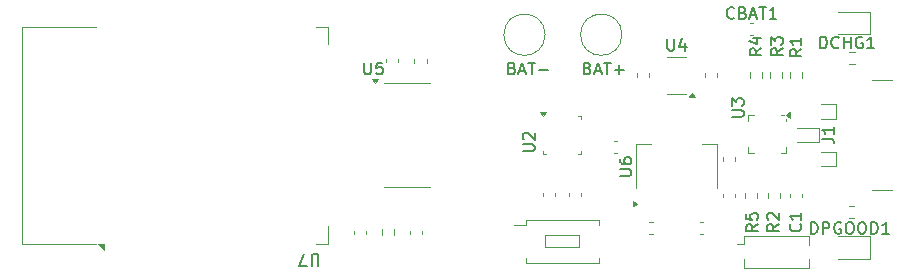
<source format=gbr>
%TF.GenerationSoftware,KiCad,Pcbnew,9.0.4*%
%TF.CreationDate,2025-09-01T13:06:02+02:00*%
%TF.ProjectId,EHT,4548542e-6b69-4636-9164-5f7063625858,rev?*%
%TF.SameCoordinates,Original*%
%TF.FileFunction,Legend,Top*%
%TF.FilePolarity,Positive*%
%FSLAX46Y46*%
G04 Gerber Fmt 4.6, Leading zero omitted, Abs format (unit mm)*
G04 Created by KiCad (PCBNEW 9.0.4) date 2025-09-01 13:06:02*
%MOMM*%
%LPD*%
G01*
G04 APERTURE LIST*
%ADD10C,0.150000*%
%ADD11C,0.120000*%
G04 APERTURE END LIST*
D10*
X167254819Y-81461904D02*
X168064342Y-81461904D01*
X168064342Y-81461904D02*
X168159580Y-81414285D01*
X168159580Y-81414285D02*
X168207200Y-81366666D01*
X168207200Y-81366666D02*
X168254819Y-81271428D01*
X168254819Y-81271428D02*
X168254819Y-81080952D01*
X168254819Y-81080952D02*
X168207200Y-80985714D01*
X168207200Y-80985714D02*
X168159580Y-80938095D01*
X168159580Y-80938095D02*
X168064342Y-80890476D01*
X168064342Y-80890476D02*
X167254819Y-80890476D01*
X167254819Y-80509523D02*
X167254819Y-79890476D01*
X167254819Y-79890476D02*
X167635771Y-80223809D01*
X167635771Y-80223809D02*
X167635771Y-80080952D01*
X167635771Y-80080952D02*
X167683390Y-79985714D01*
X167683390Y-79985714D02*
X167731009Y-79938095D01*
X167731009Y-79938095D02*
X167826247Y-79890476D01*
X167826247Y-79890476D02*
X168064342Y-79890476D01*
X168064342Y-79890476D02*
X168159580Y-79938095D01*
X168159580Y-79938095D02*
X168207200Y-79985714D01*
X168207200Y-79985714D02*
X168254819Y-80080952D01*
X168254819Y-80080952D02*
X168254819Y-80366666D01*
X168254819Y-80366666D02*
X168207200Y-80461904D01*
X168207200Y-80461904D02*
X168159580Y-80509523D01*
X171554819Y-75666666D02*
X171078628Y-75999999D01*
X171554819Y-76238094D02*
X170554819Y-76238094D01*
X170554819Y-76238094D02*
X170554819Y-75857142D01*
X170554819Y-75857142D02*
X170602438Y-75761904D01*
X170602438Y-75761904D02*
X170650057Y-75714285D01*
X170650057Y-75714285D02*
X170745295Y-75666666D01*
X170745295Y-75666666D02*
X170888152Y-75666666D01*
X170888152Y-75666666D02*
X170983390Y-75714285D01*
X170983390Y-75714285D02*
X171031009Y-75761904D01*
X171031009Y-75761904D02*
X171078628Y-75857142D01*
X171078628Y-75857142D02*
X171078628Y-76238094D01*
X170554819Y-75333332D02*
X170554819Y-74714285D01*
X170554819Y-74714285D02*
X170935771Y-75047618D01*
X170935771Y-75047618D02*
X170935771Y-74904761D01*
X170935771Y-74904761D02*
X170983390Y-74809523D01*
X170983390Y-74809523D02*
X171031009Y-74761904D01*
X171031009Y-74761904D02*
X171126247Y-74714285D01*
X171126247Y-74714285D02*
X171364342Y-74714285D01*
X171364342Y-74714285D02*
X171459580Y-74761904D01*
X171459580Y-74761904D02*
X171507200Y-74809523D01*
X171507200Y-74809523D02*
X171554819Y-74904761D01*
X171554819Y-74904761D02*
X171554819Y-75190475D01*
X171554819Y-75190475D02*
X171507200Y-75285713D01*
X171507200Y-75285713D02*
X171459580Y-75333332D01*
X169754819Y-75666666D02*
X169278628Y-75999999D01*
X169754819Y-76238094D02*
X168754819Y-76238094D01*
X168754819Y-76238094D02*
X168754819Y-75857142D01*
X168754819Y-75857142D02*
X168802438Y-75761904D01*
X168802438Y-75761904D02*
X168850057Y-75714285D01*
X168850057Y-75714285D02*
X168945295Y-75666666D01*
X168945295Y-75666666D02*
X169088152Y-75666666D01*
X169088152Y-75666666D02*
X169183390Y-75714285D01*
X169183390Y-75714285D02*
X169231009Y-75761904D01*
X169231009Y-75761904D02*
X169278628Y-75857142D01*
X169278628Y-75857142D02*
X169278628Y-76238094D01*
X169088152Y-74809523D02*
X169754819Y-74809523D01*
X168707200Y-75047618D02*
X169421485Y-75285713D01*
X169421485Y-75285713D02*
X169421485Y-74666666D01*
X149554819Y-84361904D02*
X150364342Y-84361904D01*
X150364342Y-84361904D02*
X150459580Y-84314285D01*
X150459580Y-84314285D02*
X150507200Y-84266666D01*
X150507200Y-84266666D02*
X150554819Y-84171428D01*
X150554819Y-84171428D02*
X150554819Y-83980952D01*
X150554819Y-83980952D02*
X150507200Y-83885714D01*
X150507200Y-83885714D02*
X150459580Y-83838095D01*
X150459580Y-83838095D02*
X150364342Y-83790476D01*
X150364342Y-83790476D02*
X149554819Y-83790476D01*
X149650057Y-83361904D02*
X149602438Y-83314285D01*
X149602438Y-83314285D02*
X149554819Y-83219047D01*
X149554819Y-83219047D02*
X149554819Y-82980952D01*
X149554819Y-82980952D02*
X149602438Y-82885714D01*
X149602438Y-82885714D02*
X149650057Y-82838095D01*
X149650057Y-82838095D02*
X149745295Y-82790476D01*
X149745295Y-82790476D02*
X149840533Y-82790476D01*
X149840533Y-82790476D02*
X149983390Y-82838095D01*
X149983390Y-82838095D02*
X150554819Y-83409523D01*
X150554819Y-83409523D02*
X150554819Y-82790476D01*
X173154819Y-75716666D02*
X172678628Y-76049999D01*
X173154819Y-76288094D02*
X172154819Y-76288094D01*
X172154819Y-76288094D02*
X172154819Y-75907142D01*
X172154819Y-75907142D02*
X172202438Y-75811904D01*
X172202438Y-75811904D02*
X172250057Y-75764285D01*
X172250057Y-75764285D02*
X172345295Y-75716666D01*
X172345295Y-75716666D02*
X172488152Y-75716666D01*
X172488152Y-75716666D02*
X172583390Y-75764285D01*
X172583390Y-75764285D02*
X172631009Y-75811904D01*
X172631009Y-75811904D02*
X172678628Y-75907142D01*
X172678628Y-75907142D02*
X172678628Y-76288094D01*
X173154819Y-74764285D02*
X173154819Y-75335713D01*
X173154819Y-75049999D02*
X172154819Y-75049999D01*
X172154819Y-75049999D02*
X172297676Y-75145237D01*
X172297676Y-75145237D02*
X172392914Y-75240475D01*
X172392914Y-75240475D02*
X172440533Y-75335713D01*
X167448809Y-73059580D02*
X167401190Y-73107200D01*
X167401190Y-73107200D02*
X167258333Y-73154819D01*
X167258333Y-73154819D02*
X167163095Y-73154819D01*
X167163095Y-73154819D02*
X167020238Y-73107200D01*
X167020238Y-73107200D02*
X166925000Y-73011961D01*
X166925000Y-73011961D02*
X166877381Y-72916723D01*
X166877381Y-72916723D02*
X166829762Y-72726247D01*
X166829762Y-72726247D02*
X166829762Y-72583390D01*
X166829762Y-72583390D02*
X166877381Y-72392914D01*
X166877381Y-72392914D02*
X166925000Y-72297676D01*
X166925000Y-72297676D02*
X167020238Y-72202438D01*
X167020238Y-72202438D02*
X167163095Y-72154819D01*
X167163095Y-72154819D02*
X167258333Y-72154819D01*
X167258333Y-72154819D02*
X167401190Y-72202438D01*
X167401190Y-72202438D02*
X167448809Y-72250057D01*
X168210714Y-72631009D02*
X168353571Y-72678628D01*
X168353571Y-72678628D02*
X168401190Y-72726247D01*
X168401190Y-72726247D02*
X168448809Y-72821485D01*
X168448809Y-72821485D02*
X168448809Y-72964342D01*
X168448809Y-72964342D02*
X168401190Y-73059580D01*
X168401190Y-73059580D02*
X168353571Y-73107200D01*
X168353571Y-73107200D02*
X168258333Y-73154819D01*
X168258333Y-73154819D02*
X167877381Y-73154819D01*
X167877381Y-73154819D02*
X167877381Y-72154819D01*
X167877381Y-72154819D02*
X168210714Y-72154819D01*
X168210714Y-72154819D02*
X168305952Y-72202438D01*
X168305952Y-72202438D02*
X168353571Y-72250057D01*
X168353571Y-72250057D02*
X168401190Y-72345295D01*
X168401190Y-72345295D02*
X168401190Y-72440533D01*
X168401190Y-72440533D02*
X168353571Y-72535771D01*
X168353571Y-72535771D02*
X168305952Y-72583390D01*
X168305952Y-72583390D02*
X168210714Y-72631009D01*
X168210714Y-72631009D02*
X167877381Y-72631009D01*
X168829762Y-72869104D02*
X169305952Y-72869104D01*
X168734524Y-73154819D02*
X169067857Y-72154819D01*
X169067857Y-72154819D02*
X169401190Y-73154819D01*
X169591667Y-72154819D02*
X170163095Y-72154819D01*
X169877381Y-73154819D02*
X169877381Y-72154819D01*
X171020238Y-73154819D02*
X170448810Y-73154819D01*
X170734524Y-73154819D02*
X170734524Y-72154819D01*
X170734524Y-72154819D02*
X170639286Y-72297676D01*
X170639286Y-72297676D02*
X170544048Y-72392914D01*
X170544048Y-72392914D02*
X170448810Y-72440533D01*
X173059580Y-90541666D02*
X173107200Y-90589285D01*
X173107200Y-90589285D02*
X173154819Y-90732142D01*
X173154819Y-90732142D02*
X173154819Y-90827380D01*
X173154819Y-90827380D02*
X173107200Y-90970237D01*
X173107200Y-90970237D02*
X173011961Y-91065475D01*
X173011961Y-91065475D02*
X172916723Y-91113094D01*
X172916723Y-91113094D02*
X172726247Y-91160713D01*
X172726247Y-91160713D02*
X172583390Y-91160713D01*
X172583390Y-91160713D02*
X172392914Y-91113094D01*
X172392914Y-91113094D02*
X172297676Y-91065475D01*
X172297676Y-91065475D02*
X172202438Y-90970237D01*
X172202438Y-90970237D02*
X172154819Y-90827380D01*
X172154819Y-90827380D02*
X172154819Y-90732142D01*
X172154819Y-90732142D02*
X172202438Y-90589285D01*
X172202438Y-90589285D02*
X172250057Y-90541666D01*
X173154819Y-89589285D02*
X173154819Y-90160713D01*
X173154819Y-89874999D02*
X172154819Y-89874999D01*
X172154819Y-89874999D02*
X172297676Y-89970237D01*
X172297676Y-89970237D02*
X172392914Y-90065475D01*
X172392914Y-90065475D02*
X172440533Y-90160713D01*
X157754819Y-86461904D02*
X158564342Y-86461904D01*
X158564342Y-86461904D02*
X158659580Y-86414285D01*
X158659580Y-86414285D02*
X158707200Y-86366666D01*
X158707200Y-86366666D02*
X158754819Y-86271428D01*
X158754819Y-86271428D02*
X158754819Y-86080952D01*
X158754819Y-86080952D02*
X158707200Y-85985714D01*
X158707200Y-85985714D02*
X158659580Y-85938095D01*
X158659580Y-85938095D02*
X158564342Y-85890476D01*
X158564342Y-85890476D02*
X157754819Y-85890476D01*
X157754819Y-84985714D02*
X157754819Y-85176190D01*
X157754819Y-85176190D02*
X157802438Y-85271428D01*
X157802438Y-85271428D02*
X157850057Y-85319047D01*
X157850057Y-85319047D02*
X157992914Y-85414285D01*
X157992914Y-85414285D02*
X158183390Y-85461904D01*
X158183390Y-85461904D02*
X158564342Y-85461904D01*
X158564342Y-85461904D02*
X158659580Y-85414285D01*
X158659580Y-85414285D02*
X158707200Y-85366666D01*
X158707200Y-85366666D02*
X158754819Y-85271428D01*
X158754819Y-85271428D02*
X158754819Y-85080952D01*
X158754819Y-85080952D02*
X158707200Y-84985714D01*
X158707200Y-84985714D02*
X158659580Y-84938095D01*
X158659580Y-84938095D02*
X158564342Y-84890476D01*
X158564342Y-84890476D02*
X158326247Y-84890476D01*
X158326247Y-84890476D02*
X158231009Y-84938095D01*
X158231009Y-84938095D02*
X158183390Y-84985714D01*
X158183390Y-84985714D02*
X158135771Y-85080952D01*
X158135771Y-85080952D02*
X158135771Y-85271428D01*
X158135771Y-85271428D02*
X158183390Y-85366666D01*
X158183390Y-85366666D02*
X158231009Y-85414285D01*
X158231009Y-85414285D02*
X158326247Y-85461904D01*
X171254819Y-90541666D02*
X170778628Y-90874999D01*
X171254819Y-91113094D02*
X170254819Y-91113094D01*
X170254819Y-91113094D02*
X170254819Y-90732142D01*
X170254819Y-90732142D02*
X170302438Y-90636904D01*
X170302438Y-90636904D02*
X170350057Y-90589285D01*
X170350057Y-90589285D02*
X170445295Y-90541666D01*
X170445295Y-90541666D02*
X170588152Y-90541666D01*
X170588152Y-90541666D02*
X170683390Y-90589285D01*
X170683390Y-90589285D02*
X170731009Y-90636904D01*
X170731009Y-90636904D02*
X170778628Y-90732142D01*
X170778628Y-90732142D02*
X170778628Y-91113094D01*
X170350057Y-90160713D02*
X170302438Y-90113094D01*
X170302438Y-90113094D02*
X170254819Y-90017856D01*
X170254819Y-90017856D02*
X170254819Y-89779761D01*
X170254819Y-89779761D02*
X170302438Y-89684523D01*
X170302438Y-89684523D02*
X170350057Y-89636904D01*
X170350057Y-89636904D02*
X170445295Y-89589285D01*
X170445295Y-89589285D02*
X170540533Y-89589285D01*
X170540533Y-89589285D02*
X170683390Y-89636904D01*
X170683390Y-89636904D02*
X171254819Y-90208332D01*
X171254819Y-90208332D02*
X171254819Y-89589285D01*
X136138095Y-76854819D02*
X136138095Y-77664342D01*
X136138095Y-77664342D02*
X136185714Y-77759580D01*
X136185714Y-77759580D02*
X136233333Y-77807200D01*
X136233333Y-77807200D02*
X136328571Y-77854819D01*
X136328571Y-77854819D02*
X136519047Y-77854819D01*
X136519047Y-77854819D02*
X136614285Y-77807200D01*
X136614285Y-77807200D02*
X136661904Y-77759580D01*
X136661904Y-77759580D02*
X136709523Y-77664342D01*
X136709523Y-77664342D02*
X136709523Y-76854819D01*
X137661904Y-76854819D02*
X137185714Y-76854819D01*
X137185714Y-76854819D02*
X137138095Y-77331009D01*
X137138095Y-77331009D02*
X137185714Y-77283390D01*
X137185714Y-77283390D02*
X137280952Y-77235771D01*
X137280952Y-77235771D02*
X137519047Y-77235771D01*
X137519047Y-77235771D02*
X137614285Y-77283390D01*
X137614285Y-77283390D02*
X137661904Y-77331009D01*
X137661904Y-77331009D02*
X137709523Y-77426247D01*
X137709523Y-77426247D02*
X137709523Y-77664342D01*
X137709523Y-77664342D02*
X137661904Y-77759580D01*
X137661904Y-77759580D02*
X137614285Y-77807200D01*
X137614285Y-77807200D02*
X137519047Y-77854819D01*
X137519047Y-77854819D02*
X137280952Y-77854819D01*
X137280952Y-77854819D02*
X137185714Y-77807200D01*
X137185714Y-77807200D02*
X137138095Y-77759580D01*
X173951786Y-91354819D02*
X173951786Y-90354819D01*
X173951786Y-90354819D02*
X174189881Y-90354819D01*
X174189881Y-90354819D02*
X174332738Y-90402438D01*
X174332738Y-90402438D02*
X174427976Y-90497676D01*
X174427976Y-90497676D02*
X174475595Y-90592914D01*
X174475595Y-90592914D02*
X174523214Y-90783390D01*
X174523214Y-90783390D02*
X174523214Y-90926247D01*
X174523214Y-90926247D02*
X174475595Y-91116723D01*
X174475595Y-91116723D02*
X174427976Y-91211961D01*
X174427976Y-91211961D02*
X174332738Y-91307200D01*
X174332738Y-91307200D02*
X174189881Y-91354819D01*
X174189881Y-91354819D02*
X173951786Y-91354819D01*
X174951786Y-91354819D02*
X174951786Y-90354819D01*
X174951786Y-90354819D02*
X175332738Y-90354819D01*
X175332738Y-90354819D02*
X175427976Y-90402438D01*
X175427976Y-90402438D02*
X175475595Y-90450057D01*
X175475595Y-90450057D02*
X175523214Y-90545295D01*
X175523214Y-90545295D02*
X175523214Y-90688152D01*
X175523214Y-90688152D02*
X175475595Y-90783390D01*
X175475595Y-90783390D02*
X175427976Y-90831009D01*
X175427976Y-90831009D02*
X175332738Y-90878628D01*
X175332738Y-90878628D02*
X174951786Y-90878628D01*
X176475595Y-90402438D02*
X176380357Y-90354819D01*
X176380357Y-90354819D02*
X176237500Y-90354819D01*
X176237500Y-90354819D02*
X176094643Y-90402438D01*
X176094643Y-90402438D02*
X175999405Y-90497676D01*
X175999405Y-90497676D02*
X175951786Y-90592914D01*
X175951786Y-90592914D02*
X175904167Y-90783390D01*
X175904167Y-90783390D02*
X175904167Y-90926247D01*
X175904167Y-90926247D02*
X175951786Y-91116723D01*
X175951786Y-91116723D02*
X175999405Y-91211961D01*
X175999405Y-91211961D02*
X176094643Y-91307200D01*
X176094643Y-91307200D02*
X176237500Y-91354819D01*
X176237500Y-91354819D02*
X176332738Y-91354819D01*
X176332738Y-91354819D02*
X176475595Y-91307200D01*
X176475595Y-91307200D02*
X176523214Y-91259580D01*
X176523214Y-91259580D02*
X176523214Y-90926247D01*
X176523214Y-90926247D02*
X176332738Y-90926247D01*
X177142262Y-90354819D02*
X177332738Y-90354819D01*
X177332738Y-90354819D02*
X177427976Y-90402438D01*
X177427976Y-90402438D02*
X177523214Y-90497676D01*
X177523214Y-90497676D02*
X177570833Y-90688152D01*
X177570833Y-90688152D02*
X177570833Y-91021485D01*
X177570833Y-91021485D02*
X177523214Y-91211961D01*
X177523214Y-91211961D02*
X177427976Y-91307200D01*
X177427976Y-91307200D02*
X177332738Y-91354819D01*
X177332738Y-91354819D02*
X177142262Y-91354819D01*
X177142262Y-91354819D02*
X177047024Y-91307200D01*
X177047024Y-91307200D02*
X176951786Y-91211961D01*
X176951786Y-91211961D02*
X176904167Y-91021485D01*
X176904167Y-91021485D02*
X176904167Y-90688152D01*
X176904167Y-90688152D02*
X176951786Y-90497676D01*
X176951786Y-90497676D02*
X177047024Y-90402438D01*
X177047024Y-90402438D02*
X177142262Y-90354819D01*
X178189881Y-90354819D02*
X178380357Y-90354819D01*
X178380357Y-90354819D02*
X178475595Y-90402438D01*
X178475595Y-90402438D02*
X178570833Y-90497676D01*
X178570833Y-90497676D02*
X178618452Y-90688152D01*
X178618452Y-90688152D02*
X178618452Y-91021485D01*
X178618452Y-91021485D02*
X178570833Y-91211961D01*
X178570833Y-91211961D02*
X178475595Y-91307200D01*
X178475595Y-91307200D02*
X178380357Y-91354819D01*
X178380357Y-91354819D02*
X178189881Y-91354819D01*
X178189881Y-91354819D02*
X178094643Y-91307200D01*
X178094643Y-91307200D02*
X177999405Y-91211961D01*
X177999405Y-91211961D02*
X177951786Y-91021485D01*
X177951786Y-91021485D02*
X177951786Y-90688152D01*
X177951786Y-90688152D02*
X177999405Y-90497676D01*
X177999405Y-90497676D02*
X178094643Y-90402438D01*
X178094643Y-90402438D02*
X178189881Y-90354819D01*
X179047024Y-91354819D02*
X179047024Y-90354819D01*
X179047024Y-90354819D02*
X179285119Y-90354819D01*
X179285119Y-90354819D02*
X179427976Y-90402438D01*
X179427976Y-90402438D02*
X179523214Y-90497676D01*
X179523214Y-90497676D02*
X179570833Y-90592914D01*
X179570833Y-90592914D02*
X179618452Y-90783390D01*
X179618452Y-90783390D02*
X179618452Y-90926247D01*
X179618452Y-90926247D02*
X179570833Y-91116723D01*
X179570833Y-91116723D02*
X179523214Y-91211961D01*
X179523214Y-91211961D02*
X179427976Y-91307200D01*
X179427976Y-91307200D02*
X179285119Y-91354819D01*
X179285119Y-91354819D02*
X179047024Y-91354819D01*
X180570833Y-91354819D02*
X179999405Y-91354819D01*
X180285119Y-91354819D02*
X180285119Y-90354819D01*
X180285119Y-90354819D02*
X180189881Y-90497676D01*
X180189881Y-90497676D02*
X180094643Y-90592914D01*
X180094643Y-90592914D02*
X179999405Y-90640533D01*
X148642857Y-77331009D02*
X148785714Y-77378628D01*
X148785714Y-77378628D02*
X148833333Y-77426247D01*
X148833333Y-77426247D02*
X148880952Y-77521485D01*
X148880952Y-77521485D02*
X148880952Y-77664342D01*
X148880952Y-77664342D02*
X148833333Y-77759580D01*
X148833333Y-77759580D02*
X148785714Y-77807200D01*
X148785714Y-77807200D02*
X148690476Y-77854819D01*
X148690476Y-77854819D02*
X148309524Y-77854819D01*
X148309524Y-77854819D02*
X148309524Y-76854819D01*
X148309524Y-76854819D02*
X148642857Y-76854819D01*
X148642857Y-76854819D02*
X148738095Y-76902438D01*
X148738095Y-76902438D02*
X148785714Y-76950057D01*
X148785714Y-76950057D02*
X148833333Y-77045295D01*
X148833333Y-77045295D02*
X148833333Y-77140533D01*
X148833333Y-77140533D02*
X148785714Y-77235771D01*
X148785714Y-77235771D02*
X148738095Y-77283390D01*
X148738095Y-77283390D02*
X148642857Y-77331009D01*
X148642857Y-77331009D02*
X148309524Y-77331009D01*
X149261905Y-77569104D02*
X149738095Y-77569104D01*
X149166667Y-77854819D02*
X149500000Y-76854819D01*
X149500000Y-76854819D02*
X149833333Y-77854819D01*
X150023810Y-76854819D02*
X150595238Y-76854819D01*
X150309524Y-77854819D02*
X150309524Y-76854819D01*
X150928572Y-77473866D02*
X151690477Y-77473866D01*
X155042857Y-77331009D02*
X155185714Y-77378628D01*
X155185714Y-77378628D02*
X155233333Y-77426247D01*
X155233333Y-77426247D02*
X155280952Y-77521485D01*
X155280952Y-77521485D02*
X155280952Y-77664342D01*
X155280952Y-77664342D02*
X155233333Y-77759580D01*
X155233333Y-77759580D02*
X155185714Y-77807200D01*
X155185714Y-77807200D02*
X155090476Y-77854819D01*
X155090476Y-77854819D02*
X154709524Y-77854819D01*
X154709524Y-77854819D02*
X154709524Y-76854819D01*
X154709524Y-76854819D02*
X155042857Y-76854819D01*
X155042857Y-76854819D02*
X155138095Y-76902438D01*
X155138095Y-76902438D02*
X155185714Y-76950057D01*
X155185714Y-76950057D02*
X155233333Y-77045295D01*
X155233333Y-77045295D02*
X155233333Y-77140533D01*
X155233333Y-77140533D02*
X155185714Y-77235771D01*
X155185714Y-77235771D02*
X155138095Y-77283390D01*
X155138095Y-77283390D02*
X155042857Y-77331009D01*
X155042857Y-77331009D02*
X154709524Y-77331009D01*
X155661905Y-77569104D02*
X156138095Y-77569104D01*
X155566667Y-77854819D02*
X155900000Y-76854819D01*
X155900000Y-76854819D02*
X156233333Y-77854819D01*
X156423810Y-76854819D02*
X156995238Y-76854819D01*
X156709524Y-77854819D02*
X156709524Y-76854819D01*
X157328572Y-77473866D02*
X158090477Y-77473866D01*
X157709524Y-77854819D02*
X157709524Y-77092914D01*
X161800595Y-74839819D02*
X161800595Y-75649342D01*
X161800595Y-75649342D02*
X161848214Y-75744580D01*
X161848214Y-75744580D02*
X161895833Y-75792200D01*
X161895833Y-75792200D02*
X161991071Y-75839819D01*
X161991071Y-75839819D02*
X162181547Y-75839819D01*
X162181547Y-75839819D02*
X162276785Y-75792200D01*
X162276785Y-75792200D02*
X162324404Y-75744580D01*
X162324404Y-75744580D02*
X162372023Y-75649342D01*
X162372023Y-75649342D02*
X162372023Y-74839819D01*
X163276785Y-75173152D02*
X163276785Y-75839819D01*
X163038690Y-74792200D02*
X162800595Y-75506485D01*
X162800595Y-75506485D02*
X163419642Y-75506485D01*
X174879819Y-83313333D02*
X175594104Y-83313333D01*
X175594104Y-83313333D02*
X175736961Y-83360952D01*
X175736961Y-83360952D02*
X175832200Y-83456190D01*
X175832200Y-83456190D02*
X175879819Y-83599047D01*
X175879819Y-83599047D02*
X175879819Y-83694285D01*
X175879819Y-82313333D02*
X175879819Y-82884761D01*
X175879819Y-82599047D02*
X174879819Y-82599047D01*
X174879819Y-82599047D02*
X175022676Y-82694285D01*
X175022676Y-82694285D02*
X175117914Y-82789523D01*
X175117914Y-82789523D02*
X175165533Y-82884761D01*
X169454819Y-90566666D02*
X168978628Y-90899999D01*
X169454819Y-91138094D02*
X168454819Y-91138094D01*
X168454819Y-91138094D02*
X168454819Y-90757142D01*
X168454819Y-90757142D02*
X168502438Y-90661904D01*
X168502438Y-90661904D02*
X168550057Y-90614285D01*
X168550057Y-90614285D02*
X168645295Y-90566666D01*
X168645295Y-90566666D02*
X168788152Y-90566666D01*
X168788152Y-90566666D02*
X168883390Y-90614285D01*
X168883390Y-90614285D02*
X168931009Y-90661904D01*
X168931009Y-90661904D02*
X168978628Y-90757142D01*
X168978628Y-90757142D02*
X168978628Y-91138094D01*
X168454819Y-89661904D02*
X168454819Y-90138094D01*
X168454819Y-90138094D02*
X168931009Y-90185713D01*
X168931009Y-90185713D02*
X168883390Y-90138094D01*
X168883390Y-90138094D02*
X168835771Y-90042856D01*
X168835771Y-90042856D02*
X168835771Y-89804761D01*
X168835771Y-89804761D02*
X168883390Y-89709523D01*
X168883390Y-89709523D02*
X168931009Y-89661904D01*
X168931009Y-89661904D02*
X169026247Y-89614285D01*
X169026247Y-89614285D02*
X169264342Y-89614285D01*
X169264342Y-89614285D02*
X169359580Y-89661904D01*
X169359580Y-89661904D02*
X169407200Y-89709523D01*
X169407200Y-89709523D02*
X169454819Y-89804761D01*
X169454819Y-89804761D02*
X169454819Y-90042856D01*
X169454819Y-90042856D02*
X169407200Y-90138094D01*
X169407200Y-90138094D02*
X169359580Y-90185713D01*
X174738095Y-75654819D02*
X174738095Y-74654819D01*
X174738095Y-74654819D02*
X174976190Y-74654819D01*
X174976190Y-74654819D02*
X175119047Y-74702438D01*
X175119047Y-74702438D02*
X175214285Y-74797676D01*
X175214285Y-74797676D02*
X175261904Y-74892914D01*
X175261904Y-74892914D02*
X175309523Y-75083390D01*
X175309523Y-75083390D02*
X175309523Y-75226247D01*
X175309523Y-75226247D02*
X175261904Y-75416723D01*
X175261904Y-75416723D02*
X175214285Y-75511961D01*
X175214285Y-75511961D02*
X175119047Y-75607200D01*
X175119047Y-75607200D02*
X174976190Y-75654819D01*
X174976190Y-75654819D02*
X174738095Y-75654819D01*
X176309523Y-75559580D02*
X176261904Y-75607200D01*
X176261904Y-75607200D02*
X176119047Y-75654819D01*
X176119047Y-75654819D02*
X176023809Y-75654819D01*
X176023809Y-75654819D02*
X175880952Y-75607200D01*
X175880952Y-75607200D02*
X175785714Y-75511961D01*
X175785714Y-75511961D02*
X175738095Y-75416723D01*
X175738095Y-75416723D02*
X175690476Y-75226247D01*
X175690476Y-75226247D02*
X175690476Y-75083390D01*
X175690476Y-75083390D02*
X175738095Y-74892914D01*
X175738095Y-74892914D02*
X175785714Y-74797676D01*
X175785714Y-74797676D02*
X175880952Y-74702438D01*
X175880952Y-74702438D02*
X176023809Y-74654819D01*
X176023809Y-74654819D02*
X176119047Y-74654819D01*
X176119047Y-74654819D02*
X176261904Y-74702438D01*
X176261904Y-74702438D02*
X176309523Y-74750057D01*
X176738095Y-75654819D02*
X176738095Y-74654819D01*
X176738095Y-75131009D02*
X177309523Y-75131009D01*
X177309523Y-75654819D02*
X177309523Y-74654819D01*
X178309523Y-74702438D02*
X178214285Y-74654819D01*
X178214285Y-74654819D02*
X178071428Y-74654819D01*
X178071428Y-74654819D02*
X177928571Y-74702438D01*
X177928571Y-74702438D02*
X177833333Y-74797676D01*
X177833333Y-74797676D02*
X177785714Y-74892914D01*
X177785714Y-74892914D02*
X177738095Y-75083390D01*
X177738095Y-75083390D02*
X177738095Y-75226247D01*
X177738095Y-75226247D02*
X177785714Y-75416723D01*
X177785714Y-75416723D02*
X177833333Y-75511961D01*
X177833333Y-75511961D02*
X177928571Y-75607200D01*
X177928571Y-75607200D02*
X178071428Y-75654819D01*
X178071428Y-75654819D02*
X178166666Y-75654819D01*
X178166666Y-75654819D02*
X178309523Y-75607200D01*
X178309523Y-75607200D02*
X178357142Y-75559580D01*
X178357142Y-75559580D02*
X178357142Y-75226247D01*
X178357142Y-75226247D02*
X178166666Y-75226247D01*
X179309523Y-75654819D02*
X178738095Y-75654819D01*
X179023809Y-75654819D02*
X179023809Y-74654819D01*
X179023809Y-74654819D02*
X178928571Y-74797676D01*
X178928571Y-74797676D02*
X178833333Y-74892914D01*
X178833333Y-74892914D02*
X178738095Y-74940533D01*
X132261904Y-94060180D02*
X132261904Y-93250657D01*
X132261904Y-93250657D02*
X132214285Y-93155419D01*
X132214285Y-93155419D02*
X132166666Y-93107800D01*
X132166666Y-93107800D02*
X132071428Y-93060180D01*
X132071428Y-93060180D02*
X131880952Y-93060180D01*
X131880952Y-93060180D02*
X131785714Y-93107800D01*
X131785714Y-93107800D02*
X131738095Y-93155419D01*
X131738095Y-93155419D02*
X131690476Y-93250657D01*
X131690476Y-93250657D02*
X131690476Y-94060180D01*
X131309523Y-94060180D02*
X130642857Y-94060180D01*
X130642857Y-94060180D02*
X131071428Y-93060180D01*
D11*
%TO.C,U3*%
X168655000Y-81305000D02*
X169130000Y-81305000D01*
X168655000Y-81780000D02*
X168655000Y-81305000D01*
X168655000Y-84050000D02*
X168655000Y-84525000D01*
X168655000Y-84525000D02*
X169130000Y-84525000D01*
X171400000Y-81305000D02*
X171635000Y-81305000D01*
X171875000Y-81780000D02*
X171875000Y-81605000D01*
X171875000Y-84050000D02*
X171875000Y-84525000D01*
X171875000Y-84525000D02*
X171400000Y-84525000D01*
X172205000Y-81545000D02*
X171875000Y-81305000D01*
X172205000Y-81065000D01*
X172205000Y-81545000D01*
G36*
X172205000Y-81545000D02*
G01*
X171875000Y-81305000D01*
X172205000Y-81065000D01*
X172205000Y-81545000D01*
G37*
%TO.C,SW1*%
X149850000Y-90150000D02*
X149850000Y-90610000D01*
X149850000Y-90610000D02*
X148850000Y-90610000D01*
X149850000Y-93390000D02*
X149850000Y-93850000D01*
X149850000Y-93850000D02*
X156050000Y-93850000D01*
X156050000Y-90150000D02*
X149850000Y-90150000D01*
X156050000Y-90150000D02*
X156050000Y-90610000D01*
X156050000Y-93390000D02*
X156050000Y-93850000D01*
X151450000Y-91450000D02*
X154300000Y-91450000D01*
X154300000Y-92500000D01*
X151450000Y-92500000D01*
X151450000Y-91450000D01*
%TO.C,COUT1*%
X164815580Y-90390000D02*
X164534420Y-90390000D01*
X164815580Y-91410000D02*
X164534420Y-91410000D01*
%TO.C,R_CC1*%
X177637258Y-88977500D02*
X177162742Y-88977500D01*
X177637258Y-90022500D02*
X177162742Y-90022500D01*
%TO.C,R3*%
X170477500Y-77687742D02*
X170477500Y-78162258D01*
X171522500Y-77687742D02*
X171522500Y-78162258D01*
%TO.C,R4*%
X168777500Y-78162258D02*
X168777500Y-77687742D01*
X169822500Y-78162258D02*
X169822500Y-77687742D01*
%TO.C,C_BP7*%
X137990000Y-76840580D02*
X137990000Y-76559420D01*
X139010000Y-76840580D02*
X139010000Y-76559420D01*
%TO.C,SW2*%
X167720000Y-92220000D02*
X168300000Y-92220000D01*
X168300000Y-91570000D02*
X168300000Y-92220000D01*
X168300000Y-91570000D02*
X173820000Y-91570000D01*
X168300000Y-94230000D02*
X168300000Y-93520000D01*
X168300000Y-94230000D02*
X173820000Y-94230000D01*
X173820000Y-91570000D02*
X173820000Y-92280000D01*
X173820000Y-94230000D02*
X173820000Y-93520000D01*
%TO.C,C_BP2*%
X160565580Y-90390000D02*
X160284420Y-90390000D01*
X160565580Y-91410000D02*
X160284420Y-91410000D01*
%TO.C,U2*%
X151265000Y-84615000D02*
X151265000Y-84365000D01*
X151265000Y-84615000D02*
X151515000Y-84615000D01*
X154465000Y-81415000D02*
X154215000Y-81415000D01*
X154465000Y-81415000D02*
X154465000Y-81665000D01*
X154465000Y-84615000D02*
X154215000Y-84615000D01*
X154465000Y-84615000D02*
X154465000Y-84365000D01*
X151265000Y-81415000D02*
X151025000Y-81085000D01*
X151505000Y-81085000D01*
X151265000Y-81415000D01*
G36*
X151265000Y-81415000D02*
G01*
X151025000Y-81085000D01*
X151505000Y-81085000D01*
X151265000Y-81415000D01*
G37*
%TO.C,R1*%
X172177500Y-78162258D02*
X172177500Y-77687742D01*
X173222500Y-78162258D02*
X173222500Y-77687742D01*
%TO.C,CBAT1*%
X168759420Y-73490000D02*
X169040580Y-73490000D01*
X168759420Y-74510000D02*
X169040580Y-74510000D01*
%TO.C,C1*%
X172190000Y-88265580D02*
X172190000Y-87984420D01*
X173210000Y-88265580D02*
X173210000Y-87984420D01*
%TO.C,C2*%
X153490000Y-87884420D02*
X153490000Y-88165580D01*
X154510000Y-87884420D02*
X154510000Y-88165580D01*
%TO.C,U6*%
X159155000Y-83755000D02*
X160415000Y-83755000D01*
X159155000Y-87515000D02*
X159155000Y-83755000D01*
X165975000Y-83755000D02*
X164715000Y-83755000D01*
X165975000Y-87515000D02*
X165975000Y-83755000D01*
X159255000Y-88795000D02*
X158925000Y-89035000D01*
X158925000Y-88555000D01*
X159255000Y-88795000D01*
G36*
X159255000Y-88795000D02*
G01*
X158925000Y-89035000D01*
X158925000Y-88555000D01*
X159255000Y-88795000D01*
G37*
%TO.C,R2*%
X170277500Y-87887742D02*
X170277500Y-88362258D01*
X171322500Y-87887742D02*
X171322500Y-88362258D01*
%TO.C,C_BP6*%
X140390000Y-76865580D02*
X140390000Y-76584420D01*
X141410000Y-76865580D02*
X141410000Y-76584420D01*
%TO.C,U5*%
X139725000Y-78555000D02*
X137775000Y-78555000D01*
X139725000Y-78555000D02*
X141675000Y-78555000D01*
X139725000Y-87425000D02*
X137775000Y-87425000D01*
X139725000Y-87425000D02*
X141675000Y-87425000D01*
X137025000Y-78620000D02*
X136785000Y-78290000D01*
X137265000Y-78290000D01*
X137025000Y-78620000D01*
G36*
X137025000Y-78620000D02*
G01*
X136785000Y-78290000D01*
X137265000Y-78290000D01*
X137025000Y-78620000D01*
G37*
%TO.C,C_BP3*%
X151290000Y-87884420D02*
X151290000Y-88165580D01*
X152310000Y-87884420D02*
X152310000Y-88165580D01*
%TO.C,REN1*%
X137627500Y-90987742D02*
X137627500Y-91462258D01*
X138672500Y-90987742D02*
X138672500Y-91462258D01*
%TO.C,DPGOOD1*%
X176237500Y-93460000D02*
X178922500Y-93460000D01*
X178922500Y-91540000D02*
X176237500Y-91540000D01*
X178922500Y-93460000D02*
X178922500Y-91540000D01*
%TO.C,CIN2*%
X164990000Y-77784420D02*
X164990000Y-78065580D01*
X166010000Y-77784420D02*
X166010000Y-78065580D01*
%TO.C,BAT-*%
X151450000Y-74500000D02*
G75*
G02*
X147950000Y-74500000I-1750000J0D01*
G01*
X147950000Y-74500000D02*
G75*
G02*
X151450000Y-74500000I1750000J0D01*
G01*
%TO.C,C_BP5*%
X135290000Y-91365580D02*
X135290000Y-91084420D01*
X136310000Y-91365580D02*
X136310000Y-91084420D01*
%TO.C,D3*%
X176075000Y-84405000D02*
X174765000Y-84405000D01*
X176075000Y-85625000D02*
X174765000Y-85625000D01*
X176075000Y-85625000D02*
X176075000Y-84405000D01*
%TO.C,C_BP4*%
X157259420Y-83490000D02*
X157540580Y-83490000D01*
X157259420Y-84510000D02*
X157540580Y-84510000D01*
%TO.C,BAT+*%
X157950000Y-74500000D02*
G75*
G02*
X154450000Y-74500000I-1750000J0D01*
G01*
X154450000Y-74500000D02*
G75*
G02*
X157950000Y-74500000I1750000J0D01*
G01*
%TO.C,R_CC2*%
X177662258Y-75977500D02*
X177187742Y-75977500D01*
X177662258Y-77022500D02*
X177187742Y-77022500D01*
%TO.C,C_BP1*%
X166490000Y-84884420D02*
X166490000Y-85165580D01*
X167510000Y-84884420D02*
X167510000Y-85165580D01*
%TO.C,CEN1*%
X139990000Y-91365580D02*
X139990000Y-91084420D01*
X141010000Y-91365580D02*
X141010000Y-91084420D01*
%TO.C,U4*%
X162562500Y-76390000D02*
X161762500Y-76390000D01*
X162562500Y-76390000D02*
X163362500Y-76390000D01*
X162562500Y-79510000D02*
X161762500Y-79510000D01*
X162562500Y-79510000D02*
X163362500Y-79510000D01*
X164102500Y-79790000D02*
X163622500Y-79790000D01*
X163862500Y-79460000D01*
X164102500Y-79790000D01*
G36*
X164102500Y-79790000D02*
G01*
X163622500Y-79790000D01*
X163862500Y-79460000D01*
X164102500Y-79790000D01*
G37*
%TO.C,J1*%
X180825000Y-78310000D02*
X179125000Y-78310000D01*
X180825000Y-87650000D02*
X179125000Y-87650000D01*
%TO.C,D1*%
X172815000Y-83625000D02*
X174630000Y-83625000D01*
X174630000Y-82405000D02*
X172815000Y-82405000D01*
X174630000Y-83625000D02*
X174630000Y-82405000D01*
%TO.C,D2*%
X176075000Y-80405000D02*
X174765000Y-80405000D01*
X176075000Y-81625000D02*
X174765000Y-81625000D01*
X176075000Y-81625000D02*
X176075000Y-80405000D01*
%TO.C,R5*%
X168377500Y-87887742D02*
X168377500Y-88362258D01*
X169422500Y-87887742D02*
X169422500Y-88362258D01*
%TO.C,COUT2*%
X159190000Y-78065580D02*
X159190000Y-77784420D01*
X160210000Y-78065580D02*
X160210000Y-77784420D01*
%TO.C,DCHG1*%
X176262500Y-74460000D02*
X178947500Y-74460000D01*
X178947500Y-72540000D02*
X176262500Y-72540000D01*
X178947500Y-74460000D02*
X178947500Y-72540000D01*
%TO.C,CIN1*%
X166490000Y-88265580D02*
X166490000Y-87984420D01*
X167510000Y-88265580D02*
X167510000Y-87984420D01*
%TO.C,U7*%
X107200000Y-92215000D02*
X113400000Y-92215000D01*
X107200000Y-92215000D02*
X107200000Y-73815000D01*
X132050000Y-92215000D02*
X133050000Y-92215000D01*
X133050000Y-92215000D02*
X133050000Y-90715000D01*
X107200000Y-73815000D02*
X113400000Y-73815000D01*
X133050000Y-73815000D02*
X133050000Y-75315000D01*
X133050000Y-73815000D02*
X132050000Y-73815000D01*
X114075000Y-92715000D02*
X113575000Y-92215000D01*
X114075000Y-92215000D01*
X114075000Y-92715000D01*
G36*
X114075000Y-92715000D02*
G01*
X113575000Y-92215000D01*
X114075000Y-92215000D01*
X114075000Y-92715000D01*
G37*
%TD*%
M02*

</source>
